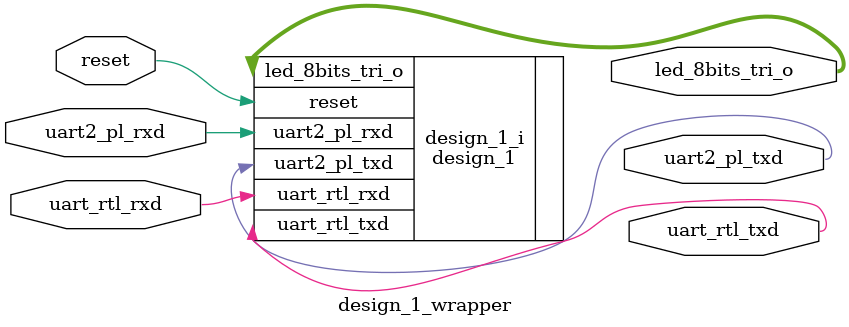
<source format=v>
`timescale 1 ps / 1 ps

module design_1_wrapper
   (led_8bits_tri_o,
    reset,
    uart2_pl_rxd,
    uart2_pl_txd,
    uart_rtl_rxd,
    uart_rtl_txd);
  output [7:0]led_8bits_tri_o;
  input reset;
  input uart2_pl_rxd;
  output uart2_pl_txd;
  input uart_rtl_rxd;
  output uart_rtl_txd;

  wire [7:0]led_8bits_tri_o;
  wire reset;
  wire uart2_pl_rxd;
  wire uart2_pl_txd;
  wire uart_rtl_rxd;
  wire uart_rtl_txd;

  design_1 design_1_i
       (.led_8bits_tri_o(led_8bits_tri_o),
        .reset(reset),
        .uart2_pl_rxd(uart2_pl_rxd),
        .uart2_pl_txd(uart2_pl_txd),
        .uart_rtl_rxd(uart_rtl_rxd),
        .uart_rtl_txd(uart_rtl_txd));
endmodule

</source>
